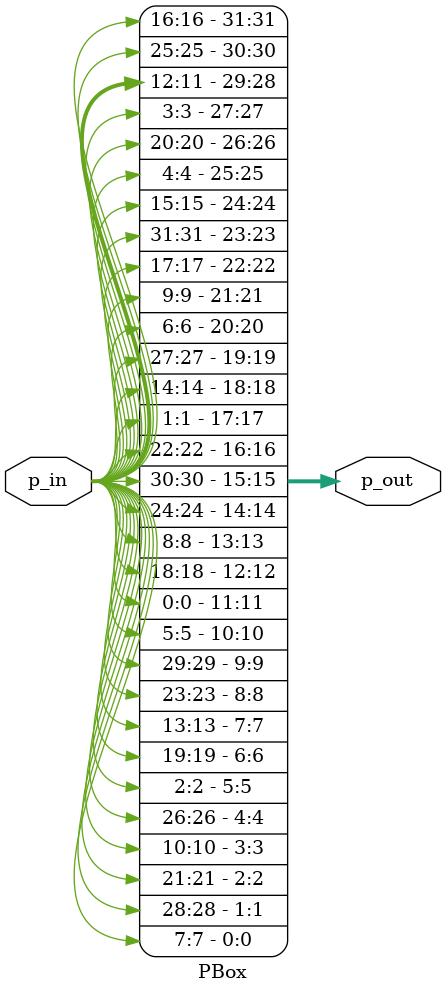
<source format=v>


module PBox (
	input  wire [31:0] p_in,      // 32-bit input from S-boxes
	output wire [31:0] p_out      // 32-bit permuted output
);


	assign p_out = {
          p_in[16], p_in[25], p_in[12], p_in[11], p_in[3],  p_in[20], p_in[4],  p_in[15],
          p_in[31], p_in[17], p_in[9],  p_in[6],  p_in[27], p_in[14], p_in[1],  p_in[22],
          p_in[30], p_in[24], p_in[8],  p_in[18], p_in[0],  p_in[5],  p_in[29], p_in[23],
          p_in[13], p_in[19], p_in[2],  p_in[26], p_in[10], p_in[21], p_in[28], p_in[7]
      	};

endmodule

</source>
